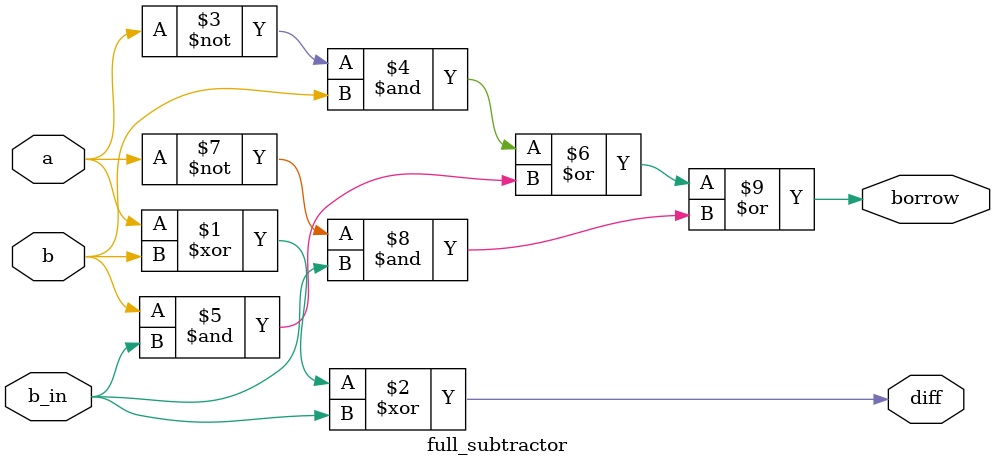
<source format=v>
module full_subtractor(a,
                       b,
                       b_in,
                       diff,
                       borrow);
     
  input a,b,b_in;
  output diff, borrow;

  assign diff = (a ^ b) ^ b_in;
  assign borrow = (~a & b) | (b & b_in) | (~a & b_in);

endmodule
</source>
